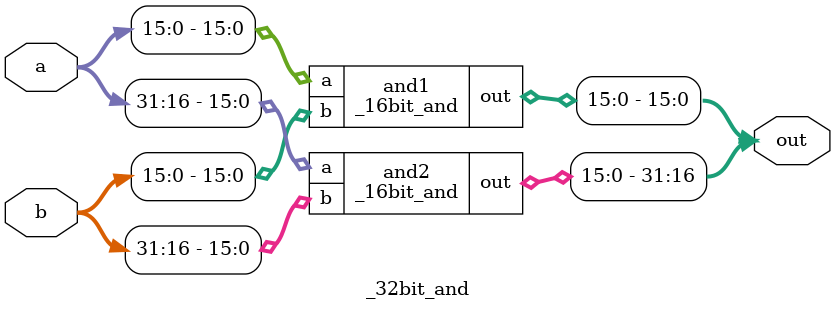
<source format=v>
module _4bit_and(a, b, out);

input [3:0] a, b;
output [3:0] out;

and and1(out[0], a[0], b[0]);
and and2(out[1], a[1], b[1]);
and and3(out[2], a[2], b[2]);
and and4(out[3], a[3], b[3]);

endmodule


module _16bit_and(a, b, out);

input [15:0] a, b;
output [15:0] out;

_4bit_and and1( a[3:0], b[3:0], out[3:0]);
_4bit_and and2(a[7:4], b[7:4], out[7:4]);
_4bit_and and3(a[11:8], b[11:8], out[11:8]);
_4bit_and and4(a[15:12], b[15:12], out[15:12]);

endmodule

module _32bit_and(a, b, out);

input [31:0] a, b;
output [31:0] out;

_16bit_and and1(a[15:0], b[15:0], out[15:0]);
_16bit_and and2(a[31:16], b[31:16], out[31:16]);

endmodule

</source>
